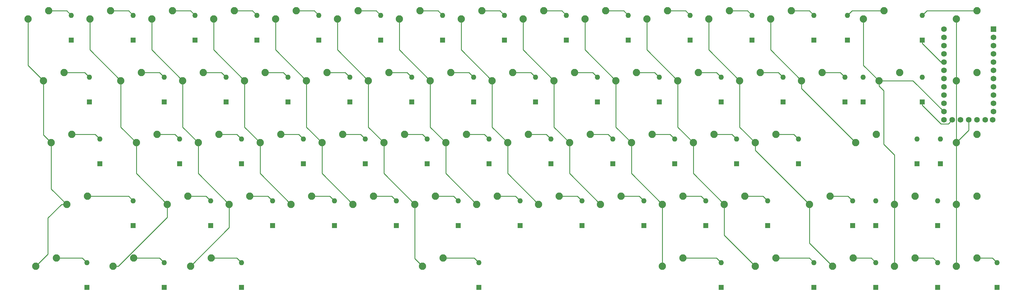
<source format=gtl>
G04 #@! TF.GenerationSoftware,KiCad,Pcbnew,(5.1.5)-3*
G04 #@! TF.CreationDate,2020-04-20T21:52:19+02:00*
G04 #@! TF.ProjectId,odyssey67,6f647973-7365-4793-9637-2e6b69636164,1.0*
G04 #@! TF.SameCoordinates,Original*
G04 #@! TF.FileFunction,Copper,L1,Top*
G04 #@! TF.FilePolarity,Positive*
%FSLAX46Y46*%
G04 Gerber Fmt 4.6, Leading zero omitted, Abs format (unit mm)*
G04 Created by KiCad (PCBNEW (5.1.5)-3) date 2020-04-20 21:52:19*
%MOMM*%
%LPD*%
G04 APERTURE LIST*
%ADD10C,1.752600*%
%ADD11R,1.752600X1.752600*%
%ADD12C,2.250000*%
%ADD13R,1.600000X1.600000*%
%ADD14O,1.600000X1.600000*%
%ADD15C,0.250000*%
G04 APERTURE END LIST*
D10*
X356711250Y-136525000D03*
X354171250Y-136525000D03*
X351631250Y-136525000D03*
X349091250Y-136525000D03*
X346551250Y-136525000D03*
X344011250Y-108585000D03*
X359022650Y-136525000D03*
X344011250Y-111125000D03*
X344011250Y-113665000D03*
X344011250Y-116205000D03*
X344011250Y-118745000D03*
X344011250Y-121285000D03*
X344011250Y-123825000D03*
X344011250Y-126365000D03*
X344011250Y-128905000D03*
X344011250Y-131445000D03*
X344011250Y-133985000D03*
X344011250Y-136525000D03*
X359251250Y-133985000D03*
X359251250Y-131445000D03*
X359251250Y-128905000D03*
X359251250Y-126365000D03*
X359251250Y-123825000D03*
X359251250Y-121285000D03*
X359251250Y-118745000D03*
X359251250Y-116205000D03*
X359251250Y-113665000D03*
X359251250Y-111125000D03*
D11*
X359251250Y-108585000D03*
D12*
X347821250Y-181610000D03*
X354171250Y-179070000D03*
X328771250Y-181610000D03*
X335121250Y-179070000D03*
X309721250Y-181610000D03*
X316071250Y-179070000D03*
X285908750Y-181610000D03*
X292258750Y-179070000D03*
X257333750Y-181610000D03*
X263683750Y-179070000D03*
X183515000Y-181610000D03*
X189865000Y-179070000D03*
X112077500Y-181610000D03*
X118427500Y-179070000D03*
X88265000Y-181610000D03*
X94615000Y-179070000D03*
X64452500Y-181610000D03*
X70802500Y-179070000D03*
X347821250Y-162560000D03*
X354171250Y-160020000D03*
X328771250Y-162560000D03*
X335121250Y-160020000D03*
X302577500Y-162560000D03*
X308927500Y-160020000D03*
X276383750Y-162560000D03*
X282733750Y-160020000D03*
X257333750Y-162560000D03*
X263683750Y-160020000D03*
X238283750Y-162560000D03*
X244633750Y-160020000D03*
X219233750Y-162560000D03*
X225583750Y-160020000D03*
X200183750Y-162560000D03*
X206533750Y-160020000D03*
X181133750Y-162560000D03*
X187483750Y-160020000D03*
X162083750Y-162560000D03*
X168433750Y-160020000D03*
X143033750Y-162560000D03*
X149383750Y-160020000D03*
X123983750Y-162560000D03*
X130333750Y-160020000D03*
X104933750Y-162560000D03*
X111283750Y-160020000D03*
X73977500Y-162560000D03*
X80327500Y-160020000D03*
X347821250Y-143510000D03*
X354171250Y-140970000D03*
X316865000Y-143510000D03*
X323215000Y-140970000D03*
X285908750Y-143510000D03*
X292258750Y-140970000D03*
X247808750Y-143510000D03*
X254158750Y-140970000D03*
X266858750Y-143510000D03*
X273208750Y-140970000D03*
X228758750Y-143510000D03*
X235108750Y-140970000D03*
X209708750Y-143510000D03*
X216058750Y-140970000D03*
X190658750Y-143510000D03*
X197008750Y-140970000D03*
X171608750Y-143510000D03*
X177958750Y-140970000D03*
X152558750Y-143510000D03*
X158908750Y-140970000D03*
X133508750Y-143510000D03*
X139858750Y-140970000D03*
X114458750Y-143510000D03*
X120808750Y-140970000D03*
X95408750Y-143510000D03*
X101758750Y-140970000D03*
X69215000Y-143510000D03*
X75565000Y-140970000D03*
X347821250Y-124460000D03*
X354171250Y-121920000D03*
X324008750Y-124460000D03*
X330358750Y-121920000D03*
X300196250Y-124460000D03*
X306546250Y-121920000D03*
X281146250Y-124460000D03*
X287496250Y-121920000D03*
X262096250Y-124460000D03*
X268446250Y-121920000D03*
X243046250Y-124460000D03*
X249396250Y-121920000D03*
X223996250Y-124460000D03*
X230346250Y-121920000D03*
X204946250Y-124460000D03*
X211296250Y-121920000D03*
X185896250Y-124460000D03*
X192246250Y-121920000D03*
X166846250Y-124460000D03*
X173196250Y-121920000D03*
X147796250Y-124460000D03*
X154146250Y-121920000D03*
X128746250Y-124460000D03*
X135096250Y-121920000D03*
X109696250Y-124460000D03*
X116046250Y-121920000D03*
X90646250Y-124460000D03*
X96996250Y-121920000D03*
X66833750Y-124460000D03*
X73183750Y-121920000D03*
X347821250Y-105410000D03*
X354171250Y-102870000D03*
X319246250Y-105410000D03*
X325596250Y-102870000D03*
X290671250Y-105410000D03*
X297021250Y-102870000D03*
X271621250Y-105410000D03*
X277971250Y-102870000D03*
X252571250Y-105410000D03*
X258921250Y-102870000D03*
X233521250Y-105410000D03*
X239871250Y-102870000D03*
X214471250Y-105410000D03*
X220821250Y-102870000D03*
X195421250Y-105410000D03*
X201771250Y-102870000D03*
X176371250Y-105410000D03*
X182721250Y-102870000D03*
X157321250Y-105410000D03*
X163671250Y-102870000D03*
X138271250Y-105410000D03*
X144621250Y-102870000D03*
X119221250Y-105410000D03*
X125571250Y-102870000D03*
X100171250Y-105410000D03*
X106521250Y-102870000D03*
X62071250Y-105410000D03*
X68421250Y-102870000D03*
X81121250Y-105410000D03*
X87471250Y-102870000D03*
D13*
X360362500Y-188118750D03*
D14*
X360362500Y-180498750D03*
D13*
X342106250Y-188118750D03*
D14*
X342106250Y-180498750D03*
D13*
X323056250Y-188118750D03*
D14*
X323056250Y-180498750D03*
D13*
X304006250Y-188118750D03*
D14*
X304006250Y-180498750D03*
D13*
X275431250Y-188118750D03*
D14*
X275431250Y-180498750D03*
D13*
X200818750Y-188118750D03*
D14*
X200818750Y-180498750D03*
D13*
X127793750Y-188118750D03*
D14*
X127793750Y-180498750D03*
D13*
X103981250Y-188118750D03*
D14*
X103981250Y-180498750D03*
D13*
X80168750Y-188118750D03*
D14*
X80168750Y-180498750D03*
D13*
X342106250Y-169068750D03*
D14*
X342106250Y-161448750D03*
D13*
X323056250Y-169068750D03*
D14*
X323056250Y-161448750D03*
D13*
X315912500Y-169068750D03*
D14*
X315912500Y-161448750D03*
D13*
X289718750Y-169068750D03*
D14*
X289718750Y-161448750D03*
D13*
X270668750Y-169068750D03*
D14*
X270668750Y-161448750D03*
D13*
X251618750Y-169068750D03*
D14*
X251618750Y-161448750D03*
D13*
X232568750Y-169068750D03*
D14*
X232568750Y-161448750D03*
D13*
X213518750Y-169068750D03*
D14*
X213518750Y-161448750D03*
D13*
X194468750Y-169068750D03*
D14*
X194468750Y-161448750D03*
D13*
X175418750Y-169068750D03*
D14*
X175418750Y-161448750D03*
D13*
X156368750Y-169068750D03*
D14*
X156368750Y-161448750D03*
D13*
X137318750Y-169068750D03*
D14*
X137318750Y-161448750D03*
D13*
X118268750Y-169068750D03*
D14*
X118268750Y-161448750D03*
D13*
X94456250Y-169068750D03*
D14*
X94456250Y-161448750D03*
D13*
X342900000Y-150018750D03*
D14*
X342900000Y-142398750D03*
D13*
X335756250Y-150018750D03*
D14*
X335756250Y-142398750D03*
D13*
X299243750Y-150018750D03*
D14*
X299243750Y-142398750D03*
D13*
X280193750Y-150018750D03*
D14*
X280193750Y-142398750D03*
D13*
X261143750Y-150018750D03*
D14*
X261143750Y-142398750D03*
D13*
X242093750Y-150018750D03*
D14*
X242093750Y-142398750D03*
D13*
X223043750Y-150018750D03*
D14*
X223043750Y-142398750D03*
D13*
X203993750Y-150018750D03*
D14*
X203993750Y-142398750D03*
D13*
X184943750Y-150018750D03*
D14*
X184943750Y-142398750D03*
D13*
X165893750Y-150018750D03*
D14*
X165893750Y-142398750D03*
D13*
X146843750Y-150018750D03*
D14*
X146843750Y-142398750D03*
D13*
X127793750Y-150018750D03*
D14*
X127793750Y-142398750D03*
D13*
X108743750Y-150018750D03*
D14*
X108743750Y-142398750D03*
D13*
X84137500Y-150018750D03*
D14*
X84137500Y-142398750D03*
D13*
X337343750Y-130968750D03*
D14*
X337343750Y-123348750D03*
D13*
X319087500Y-130968750D03*
D14*
X319087500Y-123348750D03*
D13*
X313531250Y-130968750D03*
D14*
X313531250Y-123348750D03*
D13*
X294481250Y-130968750D03*
D14*
X294481250Y-123348750D03*
D13*
X275431250Y-130968750D03*
D14*
X275431250Y-123348750D03*
D13*
X256381250Y-130968750D03*
D14*
X256381250Y-123348750D03*
D13*
X237331250Y-130968750D03*
D14*
X237331250Y-123348750D03*
D13*
X218281250Y-130968750D03*
D14*
X218281250Y-123348750D03*
D13*
X199231250Y-130968750D03*
D14*
X199231250Y-123348750D03*
D13*
X180181250Y-130968750D03*
D14*
X180181250Y-123348750D03*
D13*
X161131250Y-130968750D03*
D14*
X161131250Y-123348750D03*
D13*
X142081250Y-130968750D03*
D14*
X142081250Y-123348750D03*
D13*
X123031250Y-130968750D03*
D14*
X123031250Y-123348750D03*
D13*
X103981250Y-130968750D03*
D14*
X103981250Y-123348750D03*
D13*
X80962500Y-130968750D03*
D14*
X80962500Y-123348750D03*
D13*
X337343750Y-111918750D03*
D14*
X337343750Y-104298750D03*
D13*
X314325000Y-111918750D03*
D14*
X314325000Y-104298750D03*
D13*
X304006250Y-111918750D03*
D14*
X304006250Y-104298750D03*
D13*
X284956250Y-111918750D03*
D14*
X284956250Y-104298750D03*
D13*
X265906250Y-111918750D03*
D14*
X265906250Y-104298750D03*
D13*
X246856250Y-111918750D03*
D14*
X246856250Y-104298750D03*
D13*
X227806250Y-111918750D03*
D14*
X227806250Y-104298750D03*
D13*
X208756250Y-111918750D03*
D14*
X208756250Y-104298750D03*
D13*
X189706250Y-111918750D03*
D14*
X189706250Y-104298750D03*
D13*
X170656250Y-111918750D03*
D14*
X170656250Y-104298750D03*
D13*
X151606250Y-111918750D03*
D14*
X151606250Y-104298750D03*
D13*
X132556250Y-111918750D03*
D14*
X132556250Y-104298750D03*
D13*
X113506250Y-111918750D03*
D14*
X113506250Y-104298750D03*
D13*
X94456250Y-111918750D03*
D14*
X94456250Y-104298750D03*
D13*
X75406250Y-111918750D03*
D14*
X75406250Y-104298750D03*
D15*
X73977500Y-102870000D02*
X75406250Y-104298750D01*
X68421250Y-102870000D02*
X73977500Y-102870000D01*
X343120000Y-118745000D02*
X344011250Y-118745000D01*
X337343750Y-112968750D02*
X343120000Y-118745000D01*
X337343750Y-111918750D02*
X337343750Y-112968750D01*
X93027500Y-102870000D02*
X94456250Y-104298750D01*
X87471250Y-102870000D02*
X93027500Y-102870000D01*
X112077500Y-102870000D02*
X113506250Y-104298750D01*
X106521250Y-102870000D02*
X112077500Y-102870000D01*
X131127500Y-102870000D02*
X132556250Y-104298750D01*
X125571250Y-102870000D02*
X131127500Y-102870000D01*
X150177500Y-102870000D02*
X151606250Y-104298750D01*
X144621250Y-102870000D02*
X150177500Y-102870000D01*
X169227500Y-102870000D02*
X170656250Y-104298750D01*
X163671250Y-102870000D02*
X169227500Y-102870000D01*
X188277500Y-102870000D02*
X189706250Y-104298750D01*
X182721250Y-102870000D02*
X188277500Y-102870000D01*
X207327500Y-102870000D02*
X208756250Y-104298750D01*
X201771250Y-102870000D02*
X207327500Y-102870000D01*
X226377500Y-102870000D02*
X227806250Y-104298750D01*
X220821250Y-102870000D02*
X226377500Y-102870000D01*
X245427500Y-102870000D02*
X246856250Y-104298750D01*
X239871250Y-102870000D02*
X245427500Y-102870000D01*
X264477500Y-102870000D02*
X265906250Y-104298750D01*
X258921250Y-102870000D02*
X264477500Y-102870000D01*
X283527500Y-102870000D02*
X284956250Y-104298750D01*
X277971250Y-102870000D02*
X283527500Y-102870000D01*
X302577500Y-102870000D02*
X304006250Y-104298750D01*
X297021250Y-102870000D02*
X302577500Y-102870000D01*
X315753750Y-102870000D02*
X325596250Y-102870000D01*
X314325000Y-104298750D02*
X315753750Y-102870000D01*
X338772500Y-102870000D02*
X354171250Y-102870000D01*
X337343750Y-104298750D02*
X338772500Y-102870000D01*
X79533750Y-121920000D02*
X80962500Y-123348750D01*
X73183750Y-121920000D02*
X79533750Y-121920000D01*
X345674951Y-137401299D02*
X346551250Y-136525000D01*
X345349949Y-137726301D02*
X345674951Y-137401299D01*
X343051301Y-137726301D02*
X345349949Y-137726301D01*
X337343750Y-132018750D02*
X343051301Y-137726301D01*
X337343750Y-130968750D02*
X337343750Y-132018750D01*
X102552500Y-121920000D02*
X103981250Y-123348750D01*
X96996250Y-121920000D02*
X102552500Y-121920000D01*
X116046250Y-121920000D02*
X116046250Y-122078750D01*
X121602500Y-121920000D02*
X123031250Y-123348750D01*
X116046250Y-121920000D02*
X121602500Y-121920000D01*
X140652500Y-121920000D02*
X142081250Y-123348750D01*
X135096250Y-121920000D02*
X140652500Y-121920000D01*
X159702500Y-121920000D02*
X161131250Y-123348750D01*
X154146250Y-121920000D02*
X159702500Y-121920000D01*
X178752500Y-121920000D02*
X180181250Y-123348750D01*
X173196250Y-121920000D02*
X178752500Y-121920000D01*
X197802500Y-121920000D02*
X199231250Y-123348750D01*
X192246250Y-121920000D02*
X197802500Y-121920000D01*
X216852500Y-121920000D02*
X218281250Y-123348750D01*
X211296250Y-121920000D02*
X216852500Y-121920000D01*
X235902500Y-121920000D02*
X237331250Y-123348750D01*
X230346250Y-121920000D02*
X235902500Y-121920000D01*
X254952500Y-121920000D02*
X256381250Y-123348750D01*
X249396250Y-121920000D02*
X254952500Y-121920000D01*
X274002500Y-121920000D02*
X275431250Y-123348750D01*
X268446250Y-121920000D02*
X274002500Y-121920000D01*
X293052500Y-121920000D02*
X294481250Y-123348750D01*
X287496250Y-121920000D02*
X293052500Y-121920000D01*
X312102500Y-121920000D02*
X313531250Y-123348750D01*
X306546250Y-121920000D02*
X312102500Y-121920000D01*
X82708750Y-140970000D02*
X84137500Y-142398750D01*
X75565000Y-140970000D02*
X82708750Y-140970000D01*
X107315000Y-140970000D02*
X108743750Y-142398750D01*
X101758750Y-140970000D02*
X107315000Y-140970000D01*
X126365000Y-140970000D02*
X127793750Y-142398750D01*
X120808750Y-140970000D02*
X126365000Y-140970000D01*
X145415000Y-140970000D02*
X146843750Y-142398750D01*
X139858750Y-140970000D02*
X145415000Y-140970000D01*
X164465000Y-140970000D02*
X165893750Y-142398750D01*
X158908750Y-140970000D02*
X164465000Y-140970000D01*
X183515000Y-140970000D02*
X184943750Y-142398750D01*
X177958750Y-140970000D02*
X183515000Y-140970000D01*
X202565000Y-140970000D02*
X203993750Y-142398750D01*
X197008750Y-140970000D02*
X202565000Y-140970000D01*
X221615000Y-140970000D02*
X223043750Y-142398750D01*
X216058750Y-140970000D02*
X221615000Y-140970000D01*
X240665000Y-140970000D02*
X242093750Y-142398750D01*
X235108750Y-140970000D02*
X240665000Y-140970000D01*
X259715000Y-140970000D02*
X261143750Y-142398750D01*
X254158750Y-140970000D02*
X259715000Y-140970000D01*
X278765000Y-140970000D02*
X280193750Y-142398750D01*
X273208750Y-140970000D02*
X278765000Y-140970000D01*
X297815000Y-140970000D02*
X299243750Y-142398750D01*
X292258750Y-140970000D02*
X297815000Y-140970000D01*
X93027500Y-160020000D02*
X94456250Y-161448750D01*
X80327500Y-160020000D02*
X93027500Y-160020000D01*
X116840000Y-160020000D02*
X118268750Y-161448750D01*
X111283750Y-160020000D02*
X116840000Y-160020000D01*
X135890000Y-160020000D02*
X137318750Y-161448750D01*
X130333750Y-160020000D02*
X135890000Y-160020000D01*
X154940000Y-160020000D02*
X156368750Y-161448750D01*
X149383750Y-160020000D02*
X154940000Y-160020000D01*
X173990000Y-160020000D02*
X175418750Y-161448750D01*
X168433750Y-160020000D02*
X173990000Y-160020000D01*
X193040000Y-160020000D02*
X194468750Y-161448750D01*
X187483750Y-160020000D02*
X193040000Y-160020000D01*
X212090000Y-160020000D02*
X213518750Y-161448750D01*
X206533750Y-160020000D02*
X212090000Y-160020000D01*
X231140000Y-160020000D02*
X232568750Y-161448750D01*
X225583750Y-160020000D02*
X231140000Y-160020000D01*
X250190000Y-160020000D02*
X251618750Y-161448750D01*
X244633750Y-160020000D02*
X250190000Y-160020000D01*
X269240000Y-160020000D02*
X270668750Y-161448750D01*
X263683750Y-160020000D02*
X269240000Y-160020000D01*
X288290000Y-160020000D02*
X289718750Y-161448750D01*
X282733750Y-160020000D02*
X288290000Y-160020000D01*
X314483750Y-160020000D02*
X315912500Y-161448750D01*
X308927500Y-160020000D02*
X314483750Y-160020000D01*
X78740000Y-179070000D02*
X80168750Y-180498750D01*
X70802500Y-179070000D02*
X78740000Y-179070000D01*
X102552500Y-179070000D02*
X103981250Y-180498750D01*
X94615000Y-179070000D02*
X102552500Y-179070000D01*
X126365000Y-179070000D02*
X127793750Y-180498750D01*
X118427500Y-179070000D02*
X126365000Y-179070000D01*
X199390000Y-179070000D02*
X200818750Y-180498750D01*
X189865000Y-179070000D02*
X199390000Y-179070000D01*
X274002500Y-179070000D02*
X275431250Y-180498750D01*
X263683750Y-179070000D02*
X274002500Y-179070000D01*
X302577500Y-179070000D02*
X304006250Y-180498750D01*
X292258750Y-179070000D02*
X302577500Y-179070000D01*
X321627500Y-179070000D02*
X323056250Y-180498750D01*
X316071250Y-179070000D02*
X321627500Y-179070000D01*
X340677500Y-179070000D02*
X342106250Y-180498750D01*
X335121250Y-179070000D02*
X340677500Y-179070000D01*
X358933750Y-179070000D02*
X360362500Y-180498750D01*
X354171250Y-179070000D02*
X358933750Y-179070000D01*
X62071250Y-119697500D02*
X66833750Y-124460000D01*
X62071250Y-105410000D02*
X62071250Y-119697500D01*
X66833750Y-141128750D02*
X69215000Y-143510000D01*
X66833750Y-124460000D02*
X66833750Y-141128750D01*
X69215000Y-157797500D02*
X73977500Y-162560000D01*
X69215000Y-143510000D02*
X69215000Y-157797500D01*
X68200151Y-177862349D02*
X65577499Y-180485001D01*
X68200151Y-166746359D02*
X68200151Y-177862349D01*
X65577499Y-180485001D02*
X64452500Y-181610000D01*
X72386510Y-162560000D02*
X68200151Y-166746359D01*
X73977500Y-162560000D02*
X72386510Y-162560000D01*
X81121250Y-114935000D02*
X90646250Y-124460000D01*
X81121250Y-105410000D02*
X81121250Y-114935000D01*
X90646250Y-138747500D02*
X95408750Y-143510000D01*
X90646250Y-124460000D02*
X90646250Y-138747500D01*
X95408750Y-153035000D02*
X104933750Y-162560000D01*
X95408750Y-143510000D02*
X95408750Y-153035000D01*
X89855990Y-181610000D02*
X88265000Y-181610000D01*
X104933750Y-166532240D02*
X89855990Y-181610000D01*
X104933750Y-162560000D02*
X104933750Y-166532240D01*
X100171250Y-114935000D02*
X109696250Y-124460000D01*
X100171250Y-105410000D02*
X100171250Y-114935000D01*
X109696250Y-138747500D02*
X114458750Y-143510000D01*
X109696250Y-124460000D02*
X109696250Y-138747500D01*
X114458750Y-153035000D02*
X123983750Y-162560000D01*
X114458750Y-143510000D02*
X114458750Y-153035000D01*
X123983750Y-169703750D02*
X112077500Y-181610000D01*
X123983750Y-162560000D02*
X123983750Y-169703750D01*
X119221250Y-114935000D02*
X128746250Y-124460000D01*
X119221250Y-105410000D02*
X119221250Y-114935000D01*
X128746250Y-138747500D02*
X133508750Y-143510000D01*
X128746250Y-124460000D02*
X128746250Y-138747500D01*
X133508750Y-153035000D02*
X143033750Y-162560000D01*
X133508750Y-143510000D02*
X133508750Y-153035000D01*
X138271250Y-114935000D02*
X147796250Y-124460000D01*
X138271250Y-105410000D02*
X138271250Y-114935000D01*
X147796250Y-138747500D02*
X152558750Y-143510000D01*
X147796250Y-124460000D02*
X147796250Y-138747500D01*
X152558750Y-153035000D02*
X162083750Y-162560000D01*
X152558750Y-143510000D02*
X152558750Y-153035000D01*
X157321250Y-114935000D02*
X166846250Y-124460000D01*
X157321250Y-105410000D02*
X157321250Y-114935000D01*
X166846250Y-138747500D02*
X171608750Y-143510000D01*
X166846250Y-124460000D02*
X166846250Y-138747500D01*
X171608750Y-153035000D02*
X181133750Y-162560000D01*
X171608750Y-143510000D02*
X171608750Y-153035000D01*
X181133750Y-179228750D02*
X183515000Y-181610000D01*
X181133750Y-162560000D02*
X181133750Y-179228750D01*
X176371250Y-114935000D02*
X185896250Y-124460000D01*
X176371250Y-105410000D02*
X176371250Y-114935000D01*
X185896250Y-138747500D02*
X190658750Y-143510000D01*
X185896250Y-124460000D02*
X185896250Y-138747500D01*
X190658750Y-153035000D02*
X200183750Y-162560000D01*
X190658750Y-143510000D02*
X190658750Y-153035000D01*
X195421250Y-114935000D02*
X204946250Y-124460000D01*
X195421250Y-105410000D02*
X195421250Y-114935000D01*
X204946250Y-138747500D02*
X209708750Y-143510000D01*
X204946250Y-124460000D02*
X204946250Y-138747500D01*
X209708750Y-153035000D02*
X219233750Y-162560000D01*
X209708750Y-143510000D02*
X209708750Y-153035000D01*
X214471250Y-114935000D02*
X223996250Y-124460000D01*
X214471250Y-105410000D02*
X214471250Y-114935000D01*
X223996250Y-138747500D02*
X228758750Y-143510000D01*
X223996250Y-124460000D02*
X223996250Y-138747500D01*
X228758750Y-153035000D02*
X238283750Y-162560000D01*
X228758750Y-143510000D02*
X228758750Y-153035000D01*
X233521250Y-114935000D02*
X243046250Y-124460000D01*
X233521250Y-105410000D02*
X233521250Y-114935000D01*
X243046250Y-138747500D02*
X247808750Y-143510000D01*
X243046250Y-124460000D02*
X243046250Y-138747500D01*
X247808750Y-153035000D02*
X257333750Y-162560000D01*
X247808750Y-143510000D02*
X247808750Y-153035000D01*
X257333750Y-164150990D02*
X257333750Y-181610000D01*
X257333750Y-162560000D02*
X257333750Y-164150990D01*
X252571250Y-114935000D02*
X262096250Y-124460000D01*
X252571250Y-105410000D02*
X252571250Y-114935000D01*
X262096250Y-138747500D02*
X266858750Y-143510000D01*
X262096250Y-124460000D02*
X262096250Y-138747500D01*
X266858750Y-153035000D02*
X276383750Y-162560000D01*
X266858750Y-143510000D02*
X266858750Y-153035000D01*
X276383750Y-172085000D02*
X285908750Y-181610000D01*
X276383750Y-162560000D02*
X276383750Y-172085000D01*
X271621250Y-114935000D02*
X281146250Y-124460000D01*
X271621250Y-105410000D02*
X271621250Y-114935000D01*
X281146250Y-138747500D02*
X285908750Y-143510000D01*
X281146250Y-124460000D02*
X281146250Y-138747500D01*
X285908750Y-145891250D02*
X302577500Y-162560000D01*
X285908750Y-143510000D02*
X285908750Y-145891250D01*
X302577500Y-174466250D02*
X309721250Y-181610000D01*
X302577500Y-162560000D02*
X302577500Y-174466250D01*
X290671250Y-114935000D02*
X300196250Y-124460000D01*
X290671250Y-105410000D02*
X290671250Y-114935000D01*
X300196250Y-126841250D02*
X316865000Y-143510000D01*
X300196250Y-124460000D02*
X300196250Y-126841250D01*
X319246250Y-119697500D02*
X324008750Y-124460000D01*
X319246250Y-105410000D02*
X319246250Y-119697500D01*
X328771250Y-160969010D02*
X328771250Y-162560000D01*
X328771250Y-147290248D02*
X328771250Y-160969010D01*
X325499849Y-144018847D02*
X328771250Y-147290248D01*
X324008750Y-126050990D02*
X325499849Y-127542089D01*
X325499849Y-127542089D02*
X325499849Y-144018847D01*
X324008750Y-124460000D02*
X324008750Y-126050990D01*
X328771250Y-162560000D02*
X328771250Y-181610000D01*
X334486250Y-124460000D02*
X344011250Y-133985000D01*
X324008750Y-124460000D02*
X334486250Y-124460000D01*
X347821250Y-107000990D02*
X347821250Y-124460000D01*
X347821250Y-105410000D02*
X347821250Y-107000990D01*
X347821250Y-124460000D02*
X347821250Y-143510000D01*
X347821250Y-145100990D02*
X347821250Y-162560000D01*
X347821250Y-143510000D02*
X347821250Y-145100990D01*
X347821250Y-164150990D02*
X347821250Y-181610000D01*
X347821250Y-162560000D02*
X347821250Y-164150990D01*
X351631250Y-139700000D02*
X351631250Y-136525000D01*
X347821250Y-143510000D02*
X351631250Y-139700000D01*
M02*

</source>
